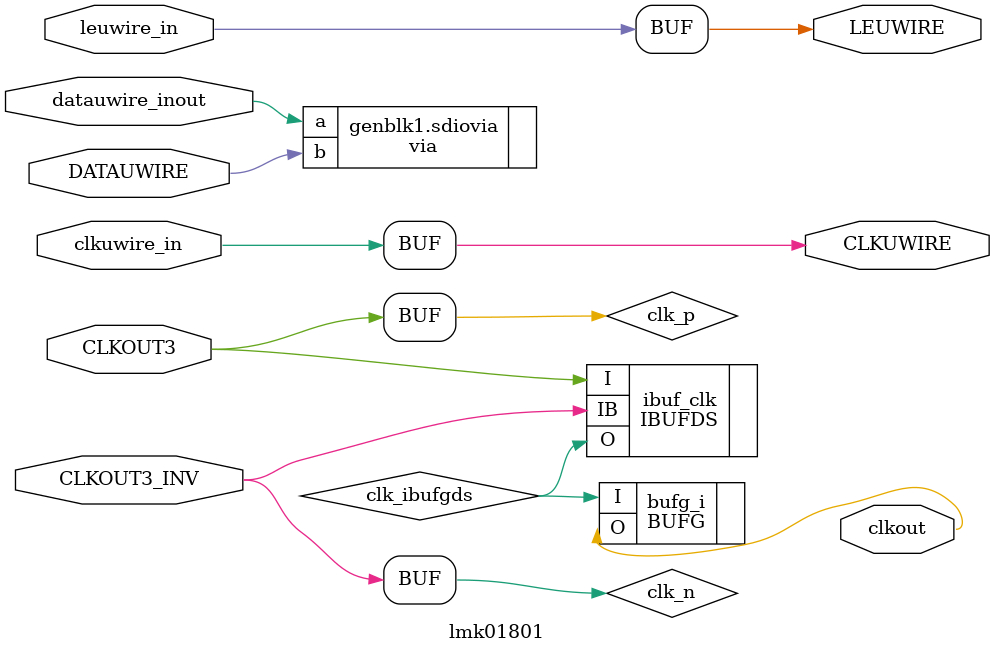
<source format=v>
module lmk01801 #(parameter flip_clk=0)(inout CLKOUT3_INV,inout CLKOUT3,
output CLKUWIRE,inout DATAUWIRE,output LEUWIRE,
output clkout
,input clkuwire_in
,inout datauwire_inout
,input leuwire_in
);
parameter SPIMODE="passthrough";
generate
if (SPIMODE=="passthrough")begin
	assign CLKUWIRE=clkuwire_in;
	assign LEUWIRE=leuwire_in;
	via sdiovia(.a(datauwire_inout),.b(DATAUWIRE));
end
endgenerate

wire clk_n=CLKOUT3_INV;
wire clk_p=CLKOUT3;
wire clk_ibufgds,clk_bufio;

`ifndef SIMULATE
IBUFDS #(.DIFF_TERM("TRUE")) ibuf_clk(.I(flip_clk ? clk_n : clk_p), .IB(flip_clk? clk_p : clk_n), .O(clk_ibufgds));
BUFG bufg_i(.I(clk_ibufgds), .O(clkout));
`endif
endmodule


</source>
